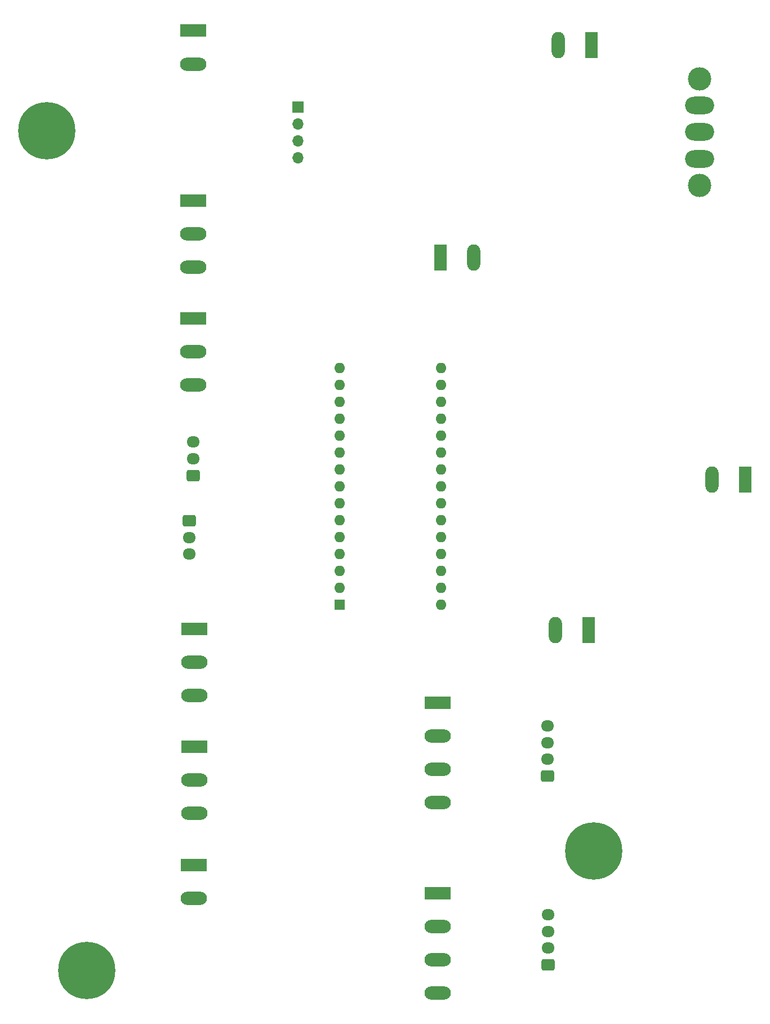
<source format=gbr>
%TF.GenerationSoftware,KiCad,Pcbnew,7.0.8-7.0.8~ubuntu22.04.1*%
%TF.CreationDate,2023-11-09T15:08:59-07:00*%
%TF.ProjectId,stepper_microscope_stage,73746570-7065-4725-9f6d-6963726f7363,10*%
%TF.SameCoordinates,Original*%
%TF.FileFunction,Copper,L1,Top*%
%TF.FilePolarity,Positive*%
%FSLAX46Y46*%
G04 Gerber Fmt 4.6, Leading zero omitted, Abs format (unit mm)*
G04 Created by KiCad (PCBNEW 7.0.8-7.0.8~ubuntu22.04.1) date 2023-11-09 15:08:59*
%MOMM*%
%LPD*%
G01*
G04 APERTURE LIST*
G04 Aperture macros list*
%AMRoundRect*
0 Rectangle with rounded corners*
0 $1 Rounding radius*
0 $2 $3 $4 $5 $6 $7 $8 $9 X,Y pos of 4 corners*
0 Add a 4 corners polygon primitive as box body*
4,1,4,$2,$3,$4,$5,$6,$7,$8,$9,$2,$3,0*
0 Add four circle primitives for the rounded corners*
1,1,$1+$1,$2,$3*
1,1,$1+$1,$4,$5*
1,1,$1+$1,$6,$7*
1,1,$1+$1,$8,$9*
0 Add four rect primitives between the rounded corners*
20,1,$1+$1,$2,$3,$4,$5,0*
20,1,$1+$1,$4,$5,$6,$7,0*
20,1,$1+$1,$6,$7,$8,$9,0*
20,1,$1+$1,$8,$9,$2,$3,0*%
G04 Aperture macros list end*
%TA.AperFunction,WasherPad*%
%ADD10C,3.500000*%
%TD*%
%TA.AperFunction,ComponentPad*%
%ADD11O,4.375000X2.625000*%
%TD*%
%TA.AperFunction,ComponentPad*%
%ADD12R,1.980000X3.960000*%
%TD*%
%TA.AperFunction,ComponentPad*%
%ADD13O,1.980000X3.960000*%
%TD*%
%TA.AperFunction,ComponentPad*%
%ADD14R,1.700000X1.700000*%
%TD*%
%TA.AperFunction,ComponentPad*%
%ADD15O,1.700000X1.700000*%
%TD*%
%TA.AperFunction,ComponentPad*%
%ADD16C,8.600000*%
%TD*%
%TA.AperFunction,ComponentPad*%
%ADD17R,3.960000X1.980000*%
%TD*%
%TA.AperFunction,ComponentPad*%
%ADD18O,3.960000X1.980000*%
%TD*%
%TA.AperFunction,ComponentPad*%
%ADD19RoundRect,0.250000X-0.725000X0.600000X-0.725000X-0.600000X0.725000X-0.600000X0.725000X0.600000X0*%
%TD*%
%TA.AperFunction,ComponentPad*%
%ADD20O,1.950000X1.700000*%
%TD*%
%TA.AperFunction,ComponentPad*%
%ADD21RoundRect,0.250000X0.725000X-0.600000X0.725000X0.600000X-0.725000X0.600000X-0.725000X-0.600000X0*%
%TD*%
%TA.AperFunction,ComponentPad*%
%ADD22R,1.600000X1.600000*%
%TD*%
%TA.AperFunction,ComponentPad*%
%ADD23O,1.600000X1.600000*%
%TD*%
G04 APERTURE END LIST*
D10*
%TO.P,SW1,*%
%TO.N,*%
X145732856Y-57332856D03*
X145732856Y-41332856D03*
D11*
%TO.P,SW1,1,A*%
%TO.N,+24V*%
X145732856Y-53332856D03*
%TO.P,SW1,2,B*%
X145732856Y-49332856D03*
%TO.P,SW1,3,C*%
%TO.N,unconnected-(SW1-C-Pad3)*%
X145732856Y-45332856D03*
%TD*%
D12*
%TO.P,BUCKVOUT1,1,Pin_1*%
%TO.N,+5V*%
X129027856Y-124177856D03*
D13*
%TO.P,BUCKVOUT1,2,Pin_2*%
%TO.N,GND*%
X124027856Y-124177856D03*
%TD*%
%TO.P,BUCKVIN1,2,Pin_2*%
%TO.N,GND*%
X124494286Y-36277856D03*
D12*
%TO.P,BUCKVIN1,1,Pin_1*%
%TO.N,+24V*%
X129494286Y-36277856D03*
%TD*%
D14*
%TO.P,J1,1,Pin_1*%
%TO.N,GND*%
X85352856Y-45577856D03*
D15*
%TO.P,J1,2,Pin_2*%
%TO.N,+5V*%
X85352856Y-48117856D03*
%TO.P,J1,3,Pin_3*%
%TO.N,Net-(A1-A4)*%
X85352856Y-50657856D03*
%TO.P,J1,4,Pin_4*%
%TO.N,Net-(A1-A5)*%
X85352856Y-53197856D03*
%TD*%
D16*
%TO.P,H2,1*%
%TO.N,N/C*%
X47627856Y-49127856D03*
%TD*%
%TO.P,H3,1*%
%TO.N,N/C*%
X53577856Y-175277856D03*
%TD*%
%TO.P,H1,1*%
%TO.N,N/C*%
X129827856Y-157327856D03*
%TD*%
D17*
%TO.P,J2,1,Pin_1*%
%TO.N,Net-(J2-Pin_1)*%
X106367856Y-163677856D03*
D18*
%TO.P,J2,2,Pin_2*%
%TO.N,Net-(J2-Pin_2)*%
X106367856Y-168677856D03*
%TO.P,J2,3,Pin_3*%
%TO.N,Net-(J2-Pin_3)*%
X106367856Y-173677856D03*
%TO.P,J2,4,Pin_4*%
%TO.N,Net-(J2-Pin_4)*%
X106367856Y-178677856D03*
%TD*%
D19*
%TO.P,LIMIT2,1,Pin_1*%
%TO.N,+5V*%
X69027856Y-107727856D03*
D20*
%TO.P,LIMIT2,2,Pin_2*%
%TO.N,Net-(A1-D3)*%
X69027856Y-110227856D03*
%TO.P,LIMIT2,3,Pin_3*%
%TO.N,GND*%
X69027856Y-112727856D03*
%TD*%
D21*
%TO.P,J5,1,Pin_1*%
%TO.N,Net-(J3-Pin_4)*%
X122877856Y-146077856D03*
D20*
%TO.P,J5,2,Pin_2*%
%TO.N,Net-(J3-Pin_3)*%
X122877856Y-143577856D03*
%TO.P,J5,3,Pin_3*%
%TO.N,Net-(J3-Pin_2)*%
X122877856Y-141077856D03*
%TO.P,J5,4,Pin_4*%
%TO.N,Net-(J3-Pin_1)*%
X122877856Y-138577856D03*
%TD*%
D17*
%TO.P,STEPSIGGND2,1,Pin_1*%
%TO.N,GND*%
X69738672Y-141700000D03*
D18*
%TO.P,STEPSIGGND2,2,Pin_2*%
X69738672Y-146700000D03*
%TO.P,STEPSIGGND2,3,Pin_3*%
X69738672Y-151700000D03*
%TD*%
D17*
%TO.P,STEPSIG1,1,Pin_1*%
%TO.N,Net-(A1-D12)*%
X69577856Y-59600000D03*
D18*
%TO.P,STEPSIG1,2,Pin_2*%
%TO.N,Net-(A1-D11)*%
X69577856Y-64600000D03*
%TO.P,STEPSIG1,3,Pin_3*%
%TO.N,Net-(A1-D10)*%
X69577856Y-69600000D03*
%TD*%
D17*
%TO.P,STEPGND1,1,Pin_1*%
%TO.N,GND*%
X69728672Y-159480000D03*
D18*
%TO.P,STEPGND1,2,Pin_2*%
X69728672Y-164480000D03*
%TD*%
D17*
%TO.P,STEPSIGGND1,1,Pin_1*%
%TO.N,GND*%
X69738672Y-123950000D03*
D18*
%TO.P,STEPSIGGND1,2,Pin_2*%
X69738672Y-128950000D03*
%TO.P,STEPSIGGND1,3,Pin_3*%
X69738672Y-133950000D03*
%TD*%
D21*
%TO.P,LIMIT1,1,Pin_1*%
%TO.N,+5V*%
X69637856Y-100910712D03*
D20*
%TO.P,LIMIT1,2,Pin_2*%
%TO.N,Net-(A1-D4)*%
X69637856Y-98410712D03*
%TO.P,LIMIT1,3,Pin_3*%
%TO.N,GND*%
X69637856Y-95910712D03*
%TD*%
D18*
%TO.P,STEPPWR1,2,Pin_2*%
%TO.N,+24V*%
X69577856Y-39102856D03*
D17*
%TO.P,STEPPWR1,1,Pin_1*%
X69577856Y-34102856D03*
%TD*%
D22*
%TO.P,A1,1,D1/TX*%
%TO.N,unconnected-(A1-D1{slash}TX-Pad1)*%
X91617856Y-120325000D03*
D23*
%TO.P,A1,2,D0/RX*%
%TO.N,unconnected-(A1-D0{slash}RX-Pad2)*%
X91617856Y-117785000D03*
%TO.P,A1,3,~{RESET}*%
%TO.N,unconnected-(A1-~{RESET}-Pad3)*%
X91617856Y-115245000D03*
%TO.P,A1,4,GND*%
%TO.N,GND*%
X91617856Y-112705000D03*
%TO.P,A1,5,D2*%
%TO.N,unconnected-(A1-D2-Pad5)*%
X91617856Y-110165000D03*
%TO.P,A1,6,D3*%
%TO.N,Net-(A1-D3)*%
X91617856Y-107625000D03*
%TO.P,A1,7,D4*%
%TO.N,Net-(A1-D4)*%
X91617856Y-105085000D03*
%TO.P,A1,8,D5*%
%TO.N,unconnected-(A1-D5-Pad8)*%
X91617856Y-102545000D03*
%TO.P,A1,9,D6*%
%TO.N,unconnected-(A1-D6-Pad9)*%
X91617856Y-100005000D03*
%TO.P,A1,10,D7*%
%TO.N,Net-(A1-D7)*%
X91617856Y-97465000D03*
%TO.P,A1,11,D8*%
%TO.N,Net-(A1-D8)*%
X91617856Y-94925000D03*
%TO.P,A1,12,D9*%
%TO.N,Net-(A1-D9)*%
X91617856Y-92385000D03*
%TO.P,A1,13,D10*%
%TO.N,Net-(A1-D10)*%
X91617856Y-89845000D03*
%TO.P,A1,14,D11*%
%TO.N,Net-(A1-D11)*%
X91617856Y-87305000D03*
%TO.P,A1,15,D12*%
%TO.N,Net-(A1-D12)*%
X91617856Y-84765000D03*
%TO.P,A1,16,D13*%
%TO.N,unconnected-(A1-D13-Pad16)*%
X106857856Y-84765000D03*
%TO.P,A1,17,3V3*%
%TO.N,unconnected-(A1-3V3-Pad17)*%
X106857856Y-87305000D03*
%TO.P,A1,18,AREF*%
%TO.N,unconnected-(A1-AREF-Pad18)*%
X106857856Y-89845000D03*
%TO.P,A1,19,A0*%
%TO.N,Net-(A1-A0)*%
X106857856Y-92385000D03*
%TO.P,A1,20,A1*%
%TO.N,Net-(A1-A1)*%
X106857856Y-94925000D03*
%TO.P,A1,21,A2*%
%TO.N,unconnected-(A1-A2-Pad21)*%
X106857856Y-97465000D03*
%TO.P,A1,22,A3*%
%TO.N,unconnected-(A1-A3-Pad22)*%
X106857856Y-100005000D03*
%TO.P,A1,23,A4*%
%TO.N,Net-(A1-A4)*%
X106857856Y-102545000D03*
%TO.P,A1,24,A5*%
%TO.N,Net-(A1-A5)*%
X106857856Y-105085000D03*
%TO.P,A1,25,A6*%
%TO.N,unconnected-(A1-A6-Pad25)*%
X106857856Y-107625000D03*
%TO.P,A1,26,A7*%
%TO.N,unconnected-(A1-A7-Pad26)*%
X106857856Y-110165000D03*
%TO.P,A1,27,+5V*%
%TO.N,unconnected-(A1-+5V-Pad27)*%
X106857856Y-112705000D03*
%TO.P,A1,28,~{RESET}*%
%TO.N,unconnected-(A1-~{RESET}-Pad28)*%
X106857856Y-115245000D03*
%TO.P,A1,29,GND*%
%TO.N,unconnected-(A1-GND-Pad29)*%
X106857856Y-117785000D03*
%TO.P,A1,30,VIN*%
%TO.N,+5V*%
X106857856Y-120325000D03*
%TD*%
D12*
%TO.P,JOYIN1,1,Pin_1*%
%TO.N,Net-(A1-A0)*%
X106812856Y-68227856D03*
D13*
%TO.P,JOYIN1,2,Pin_2*%
%TO.N,Net-(A1-A1)*%
X111812856Y-68227856D03*
%TD*%
D17*
%TO.P,STEPSIG2,1,Pin_1*%
%TO.N,Net-(A1-D9)*%
X69577856Y-77350000D03*
D18*
%TO.P,STEPSIG2,2,Pin_2*%
%TO.N,Net-(A1-D8)*%
X69577856Y-82350000D03*
%TO.P,STEPSIG2,3,Pin_3*%
%TO.N,Net-(A1-D7)*%
X69577856Y-87350000D03*
%TD*%
D17*
%TO.P,J3,1,Pin_1*%
%TO.N,Net-(J3-Pin_1)*%
X106377856Y-135067856D03*
D18*
%TO.P,J3,2,Pin_2*%
%TO.N,Net-(J3-Pin_2)*%
X106377856Y-140067856D03*
%TO.P,J3,3,Pin_3*%
%TO.N,Net-(J3-Pin_3)*%
X106377856Y-145067856D03*
%TO.P,J3,4,Pin_4*%
%TO.N,Net-(J3-Pin_4)*%
X106377856Y-150067856D03*
%TD*%
D21*
%TO.P,J4,1,Pin_1*%
%TO.N,Net-(J2-Pin_4)*%
X122917856Y-174437856D03*
D20*
%TO.P,J4,2,Pin_2*%
%TO.N,Net-(J2-Pin_3)*%
X122917856Y-171937856D03*
%TO.P,J4,3,Pin_3*%
%TO.N,Net-(J2-Pin_2)*%
X122917856Y-169437856D03*
%TO.P,J4,4,Pin_4*%
%TO.N,Net-(J2-Pin_1)*%
X122917856Y-166937856D03*
%TD*%
D12*
%TO.P,VIN1,1,Pin_1*%
%TO.N,+24V*%
X152592856Y-101502856D03*
D13*
%TO.P,VIN1,2,Pin_2*%
%TO.N,GND*%
X147592856Y-101502856D03*
%TD*%
M02*

</source>
